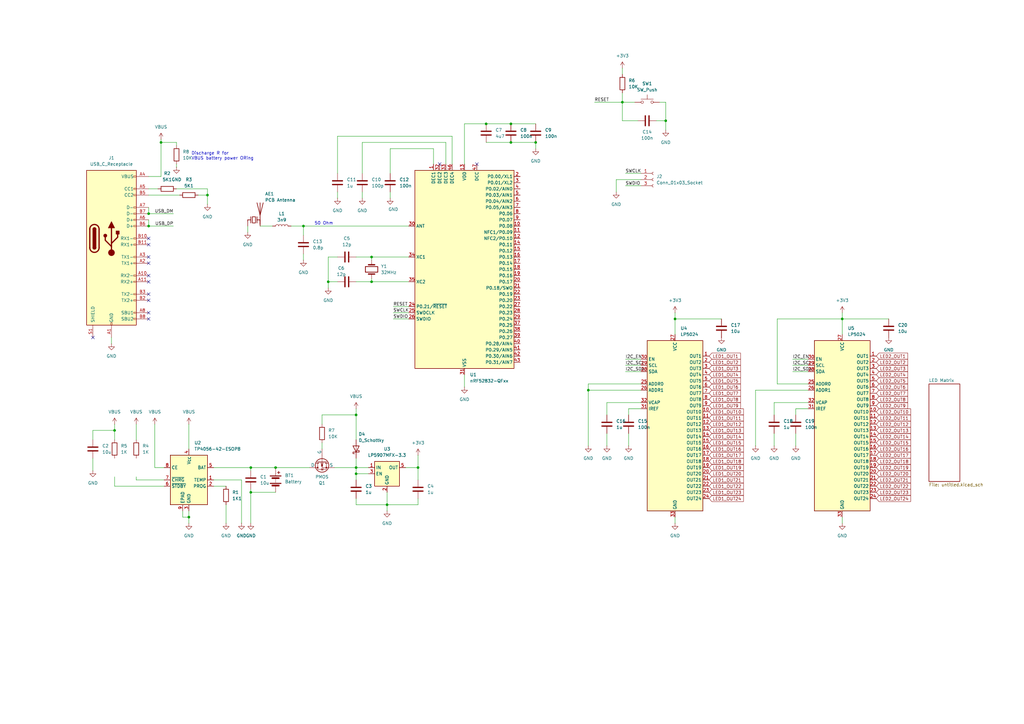
<source format=kicad_sch>
(kicad_sch (version 20250114) (generator "eeschema") (generator_version "9.0")
  (paper "A3")
  (lib_symbols
    (symbol "3nt3:LP5024"
      (property "Reference" "U" (at 3.302 39.37 0))
      (property "Value" "LP5024" (at 2.794 37.338 0))
      (symbol "LP5024_0_0"
        (pin input line (at -13.97 27.94 0) (length 2.54) (name "EN") (number "30"))
        (pin input line (at -13.97 25.4 0) (length 2.54) (name "SCL") (number "29"))
        (pin bidirectional line (at -13.97 22.86 0) (length 2.54) (name "SDA") (number "28"))
        (pin input line (at -13.97 17.78 0) (length 2.54) (name "ADDR0") (number "25"))
        (pin input line (at -13.97 15.24 0) (length 2.54) (name "ADDR1") (number "26"))
        (pin output line (at -13.97 10.16 0) (length 2.54) (name "VCAP") (number "32"))
        (pin passive line (at -13.97 7.62 0) (length 2.54) (name "IREF") (number "31"))
        (pin power_in line (at 0 38.1 270) (length 2.54) (name "VCC") (number "27"))
        (pin power_in line (at 0 -36.83 90) (length 2.54) (name "GND") (number "33"))
        (pin output line (at 13.97 29.21 180) (length 2.54) (name "OUT1") (number "1"))
        (pin output line (at 13.97 26.67 180) (length 2.54) (name "OUT2") (number "2"))
        (pin output line (at 13.97 24.13 180) (length 2.54) (name "OUT3") (number "3"))
        (pin output line (at 13.97 21.59 180) (length 2.54) (name "OUT4") (number "4"))
        (pin output line (at 13.97 19.05 180) (length 2.54) (name "OUT5") (number "5"))
        (pin output line (at 13.97 16.51 180) (length 2.54) (name "OUT6") (number "6"))
        (pin output line (at 13.97 13.97 180) (length 2.54) (name "OUT7") (number "7"))
        (pin output line (at 13.97 11.43 180) (length 2.54) (name "OUT8") (number "8"))
        (pin output line (at 13.97 8.89 180) (length 2.54) (name "OUT9") (number "9"))
        (pin output line (at 13.97 6.35 180) (length 2.54) (name "OUT10") (number "10"))
        (pin output line (at 13.97 3.81 180) (length 2.54) (name "OUT11") (number "11"))
        (pin output line (at 13.97 1.27 180) (length 2.54) (name "OUT12") (number "12"))
        (pin output line (at 13.97 -1.27 180) (length 2.54) (name "OUT13") (number "13"))
        (pin output line (at 13.97 -3.81 180) (length 2.54) (name "OUT14") (number "14"))
        (pin output line (at 13.97 -6.35 180) (length 2.54) (name "OUT15") (number "15"))
        (pin output line (at 13.97 -8.89 180) (length 2.54) (name "OUT16") (number "16"))
        (pin output line (at 13.97 -11.43 180) (length 2.54) (name "OUT17") (number "17"))
        (pin output line (at 13.97 -13.97 180) (length 2.54) (name "OUT18") (number "18"))
        (pin output line (at 13.97 -16.51 180) (length 2.54) (name "OUT19") (number "19"))
        (pin output line (at 13.97 -19.05 180) (length 2.54) (name "OUT20") (number "20"))
        (pin output line (at 13.97 -21.59 180) (length 2.54) (name "OUT21") (number "21"))
        (pin output line (at 13.97 -24.13 180) (length 2.54) (name "OUT22") (number "22"))
        (pin output line (at 13.97 -26.67 180) (length 2.54) (name "OUT23") (number "23"))
        (pin output line (at 13.97 -29.21 180) (length 2.54) (name "OUT24") (number "24"))
      )
    )
    (symbol "Battery_Management:TP4056-42-ESOP8"
      (property "Reference" "U" (at -6.604 11.684 0))
      (property "Value" "TP4056-42-ESOP8" (at 10.16 11.684 0))
      (symbol "TP4056-42-ESOP8_1_0"
        (pin input line (at -10.16 5.08 0) (length 2.54) (name "CE") (number "8"))
        (pin open_collector line (at -10.16 0 0) (length 2.54) (name "~{CHRG}") (number "7"))
        (pin open_collector line (at -10.16 -2.54 0) (length 2.54) (name "~{STDBY}") (number "6"))
        (pin passive line (at -2.54 -12.7 90) (length 2.54) (name "EPAD") (number "9"))
        (pin power_in line (at 0 12.7 270) (length 2.54) (name "V_{CC}") (number "4"))
        (pin power_in line (at 0 -12.7 90) (length 2.54) (name "GND") (number "3"))
        (pin power_out line (at 10.16 5.08 180) (length 2.54) (name "BAT") (number "5"))
        (pin input line (at 10.16 0 180) (length 2.54) (name "TEMP") (number "1"))
        (pin passive line (at 10.16 -2.54 180) (length 2.54) (name "PROG") (number "2"))
      )
    )
    (symbol "Connector:Conn_01x03_Socket" (pin_names (offset 1.016) (hide yes))
      (property "Reference" "J" (at 0 5.08 0))
      (property "Value" "Conn_01x03_Socket" (at 0 -5.08 0))
      (symbol "Conn_01x03_Socket_1_1"
        (pin passive line (at -5.08 2.54 0) (length 3.81) (name "Pin_1") (number "1"))
        (pin passive line (at -5.08 0 0) (length 3.81) (name "Pin_2") (number "2"))
        (pin passive line (at -5.08 -2.54 0) (length 3.81) (name "Pin_3") (number "3"))
      )
    )
    (symbol "Connector:USB_C_Receptacle" (pin_names (offset 1.016))
      (property "Reference" "J" (at -10.16 29.21 0))
      (property "Value" "USB_C_Receptacle" (at 10.16 29.21 0))
      (symbol "USB_C_Receptacle_1_1"
        (pin passive line (at -7.62 -40.64 90) (length 5.08) (name "SHIELD") (number "S1"))
        (pin passive line (at 0 -40.64 90) (length 5.08) (name "GND") (number "A1"))
        (pin passive line (at 0 -40.64 90) (length 5.08) (hide yes) (name "GND") (number "A12"))
        (pin passive line (at 0 -40.64 90) (length 5.08) (hide yes) (name "GND") (number "B1"))
        (pin passive line (at 0 -40.64 90) (length 5.08) (hide yes) (name "GND") (number "B12"))
        (pin passive line (at 15.24 25.4 180) (length 5.08) (name "VBUS") (number "A4"))
        (pin passive line (at 15.24 25.4 180) (length 5.08) (hide yes) (name "VBUS") (number "A9"))
        (pin passive line (at 15.24 25.4 180) (length 5.08) (hide yes) (name "VBUS") (number "B4"))
        (pin passive line (at 15.24 25.4 180) (length 5.08) (hide yes) (name "VBUS") (number "B9"))
        (pin bidirectional line (at 15.24 20.32 180) (length 5.08) (name "CC1") (number "A5"))
        (pin bidirectional line (at 15.24 17.78 180) (length 5.08) (name "CC2") (number "B5"))
        (pin bidirectional line (at 15.24 12.7 180) (length 5.08) (name "D-") (number "A7"))
        (pin bidirectional line (at 15.24 10.16 180) (length 5.08) (name "D-") (number "B7"))
        (pin bidirectional line (at 15.24 7.62 180) (length 5.08) (name "D+") (number "A6"))
        (pin bidirectional line (at 15.24 5.08 180) (length 5.08) (name "D+") (number "B6"))
        (pin bidirectional line (at 15.24 0 180) (length 5.08) (name "RX1-") (number "B10"))
        (pin bidirectional line (at 15.24 -2.54 180) (length 5.08) (name "RX1+") (number "B11"))
        (pin bidirectional line (at 15.24 -7.62 180) (length 5.08) (name "TX1-") (number "A3"))
        (pin bidirectional line (at 15.24 -10.16 180) (length 5.08) (name "TX1+") (number "A2"))
        (pin bidirectional line (at 15.24 -15.24 180) (length 5.08) (name "RX2-") (number "A10"))
        (pin bidirectional line (at 15.24 -17.78 180) (length 5.08) (name "RX2+") (number "A11"))
        (pin bidirectional line (at 15.24 -22.86 180) (length 5.08) (name "TX2-") (number "B3"))
        (pin bidirectional line (at 15.24 -25.4 180) (length 5.08) (name "TX2+") (number "B2"))
        (pin bidirectional line (at 15.24 -30.48 180) (length 5.08) (name "SBU1") (number "A8"))
        (pin bidirectional line (at 15.24 -33.02 180) (length 5.08) (name "SBU2") (number "B8"))
      )
    )
    (symbol "Device:Antenna_Chip" (pin_numbers (hide yes)) (pin_names (offset 1.016) (hide yes))
      (property "Reference" "AE" (at 0 5.08 0))
      (property "Value" "Antenna_Chip" (at 0 3.175 0))
      (symbol "Antenna_Chip_1_1"
        (pin input line (at -2.54 -2.54 90) (length 2.54) (name "FEED") (number "1"))
        (pin passive line (at 2.54 -2.54 90) (length 2.54) (name "PCB_Trace") (number "2"))
      )
    )
    (symbol "Device:Battery" (pin_numbers (hide yes)) (pin_names (offset 0) (hide yes))
      (property "Reference" "BT" (at 2.54 2.54 0))
      (property "Value" "Battery" (at 2.54 0 0))
      (symbol "Battery_1_1"
        (pin passive line (at 0 5.08 270) (length 2.54) (name "+") (number "1"))
        (pin passive line (at 0 -5.08 90) (length 2.54) (name "-") (number "2"))
      )
    )
    (symbol "Device:C" (pin_numbers (hide yes)) (pin_names (offset 0.254))
      (property "Reference" "C" (at 0.635 2.54 0))
      (property "Value" "C" (at 0.635 -2.54 0))
      (symbol "C_1_1"
        (pin passive line (at 0 3.81 270) (length 2.794) (name "~") (number "1"))
        (pin passive line (at 0 -3.81 90) (length 2.794) (name "~") (number "2"))
      )
    )
    (symbol "Device:Crystal" (pin_numbers (hide yes)) (pin_names (offset 1.016) (hide yes))
      (property "Reference" "Y" (at 0 3.81 0))
      (property "Value" "Crystal" (at 0 -3.81 0))
      (symbol "Crystal_1_1"
        (pin passive line (at -3.81 0 0) (length 1.27) (name "1") (number "1"))
        (pin passive line (at 3.81 0 180) (length 1.27) (name "2") (number "2"))
      )
    )
    (symbol "Device:D_Schottky" (pin_numbers (hide yes)) (pin_names (offset 1.016) (hide yes))
      (property "Reference" "D" (at 0 2.54 0))
      (property "Value" "D_Schottky" (at 0 -2.54 0))
      (symbol "D_Schottky_1_1"
        (pin passive line (at -3.81 0 0) (length 2.54) (name "K") (number "1"))
        (pin passive line (at 3.81 0 180) (length 2.54) (name "A") (number "2"))
      )
    )
    (symbol "Device:L" (pin_numbers (hide yes)) (pin_names (offset 1.016) (hide yes))
      (property "Reference" "L" (at -1.27 0 90))
      (property "Value" "L" (at 1.905 0 90))
      (symbol "L_1_1"
        (pin passive line (at 0 3.81 270) (length 1.27) (name "1") (number "1"))
        (pin passive line (at 0 -3.81 90) (length 1.27) (name "2") (number "2"))
      )
    )
    (symbol "Device:R" (pin_numbers (hide yes)) (pin_names (offset 0))
      (property "Reference" "R" (at 2.032 0 90))
      (property "Value" "R" (at 0 0 90))
      (symbol "R_1_1"
        (pin passive line (at 0 3.81 270) (length 1.27) (name "~") (number "1"))
        (pin passive line (at 0 -3.81 90) (length 1.27) (name "~") (number "2"))
      )
    )
    (symbol "MCU_Nordic:nRF52832-QFxx"
      (property "Reference" "U" (at 0 1.27 0))
      (property "Value" "nRF52832-QFxx" (at 0 -1.27 0))
      (symbol "nRF52832-QFxx_1_1"
        (pin passive line (at -22.86 17.78 0) (length 2.54) (name "ANT") (number "30"))
        (pin input line (at -22.86 5.08 0) (length 2.54) (name "XC1") (number "34"))
        (pin input line (at -22.86 -5.08 0) (length 2.54) (name "XC2") (number "35"))
        (pin bidirectional line (at -22.86 -15.24 0) (length 2.54) (name "P0.21/~{RESET}") (number "24"))
        (pin input line (at -22.86 -17.78 0) (length 2.54) (name "SWDCLK") (number "25"))
        (pin bidirectional line (at -22.86 -20.32 0) (length 2.54) (name "SWDIO") (number "26"))
        (pin no_connect line (at -20.32 -30.48 0) (length 2.54) (hide yes) (name "NC") (number "44"))
        (pin passive line (at -12.7 43.18 270) (length 2.54) (name "DEC1") (number "1"))
        (pin passive line (at -10.16 43.18 270) (length 2.54) (name "DEC2") (number "32"))
        (pin passive line (at -7.62 43.18 270) (length 2.54) (name "DEC3") (number "33"))
        (pin passive line (at -5.08 43.18 270) (length 2.54) (name "DEC4") (number "46"))
        (pin power_in line (at 0 43.18 270) (length 2.54) (name "VDD") (number "13"))
        (pin passive line (at 0 43.18 270) (length 2.54) (hide yes) (name "VDD") (number "36"))
        (pin passive line (at 0 43.18 270) (length 2.54) (hide yes) (name "VDD") (number "48"))
        (pin power_in line (at 0 -43.18 90) (length 2.54) (name "VSS") (number "31"))
        (pin passive line (at 0 -43.18 90) (length 2.54) (hide yes) (name "VSS") (number "45"))
        (pin passive line (at 0 -43.18 90) (length 2.54) (hide yes) (name "VSS") (number "49"))
        (pin power_out line (at 5.08 43.18 270) (length 2.54) (name "DCC") (number "47"))
        (pin bidirectional line (at 22.86 38.1 180) (length 2.54) (name "P0.00/XL1") (number "2"))
        (pin bidirectional line (at 22.86 35.56 180) (length 2.54) (name "P0.01/XL2") (number "3"))
        (pin bidirectional line (at 22.86 33.02 180) (length 2.54) (name "P0.02/AIN0") (number "4"))
        (pin bidirectional line (at 22.86 30.48 180) (length 2.54) (name "P0.03/AIN1") (number "5"))
        (pin bidirectional line (at 22.86 27.94 180) (length 2.54) (name "P0.04/AIN2") (number "6"))
        (pin bidirectional line (at 22.86 25.4 180) (length 2.54) (name "P0.05/AIN3") (number "7"))
        (pin bidirectional line (at 22.86 22.86 180) (length 2.54) (name "P0.06") (number "8"))
        (pin bidirectional line (at 22.86 20.32 180) (length 2.54) (name "P0.07") (number "9"))
        (pin bidirectional line (at 22.86 17.78 180) (length 2.54) (name "P0.08") (number "10"))
        (pin bidirectional line (at 22.86 15.24 180) (length 2.54) (name "NFC1/P0.09") (number "11"))
        (pin bidirectional line (at 22.86 12.7 180) (length 2.54) (name "NFC2/P0.10") (number "12"))
        (pin bidirectional line (at 22.86 10.16 180) (length 2.54) (name "P0.11") (number "14"))
        (pin bidirectional line (at 22.86 7.62 180) (length 2.54) (name "P0.12") (number "15"))
        (pin bidirectional line (at 22.86 5.08 180) (length 2.54) (name "P0.13") (number "16"))
        (pin bidirectional line (at 22.86 2.54 180) (length 2.54) (name "P0.14") (number "17"))
        (pin bidirectional line (at 22.86 0 180) (length 2.54) (name "P0.15") (number "18"))
        (pin bidirectional line (at 22.86 -2.54 180) (length 2.54) (name "P0.16") (number "19"))
        (pin bidirectional line (at 22.86 -5.08 180) (length 2.54) (name "P0.17") (number "20"))
        (pin bidirectional line (at 22.86 -7.62 180) (length 2.54) (name "P0.18/SWO") (number "21"))
        (pin bidirectional line (at 22.86 -10.16 180) (length 2.54) (name "P0.19") (number "22"))
        (pin bidirectional line (at 22.86 -12.7 180) (length 2.54) (name "P0.20") (number "23"))
        (pin bidirectional line (at 22.86 -15.24 180) (length 2.54) (name "P0.22") (number "27"))
        (pin bidirectional line (at 22.86 -17.78 180) (length 2.54) (name "P0.23") (number "28"))
        (pin bidirectional line (at 22.86 -20.32 180) (length 2.54) (name "P0.24") (number "29"))
        (pin bidirectional line (at 22.86 -22.86 180) (length 2.54) (name "P0.25") (number "37"))
        (pin bidirectional line (at 22.86 -25.4 180) (length 2.54) (name "P0.26") (number "38"))
        (pin bidirectional line (at 22.86 -27.94 180) (length 2.54) (name "P0.27") (number "39"))
        (pin bidirectional line (at 22.86 -30.48 180) (length 2.54) (name "P0.28/AIN4") (number "40"))
        (pin bidirectional line (at 22.86 -33.02 180) (length 2.54) (name "P0.29/AIN5") (number "41"))
        (pin bidirectional line (at 22.86 -35.56 180) (length 2.54) (name "P0.30/AIN6") (number "42"))
        (pin bidirectional line (at 22.86 -38.1 180) (length 2.54) (name "P0.31/AIN7") (number "43"))
      )
    )
    (symbol "Regulator_Linear:LP5907MFX-3.3"
      (property "Reference" "U" (at -3.81 6.35 0))
      (property "Value" "LP5907MFX-3.3" (at 6.35 6.35 0))
      (symbol "LP5907MFX-3.3_0_1"
        (pin power_in line (at -7.62 2.54 0) (length 2.54) (name "IN") (number "1"))
        (pin input line (at -7.62 0 0) (length 2.54) (name "EN") (number "3"))
        (pin power_in line (at 0 -7.62 90) (length 2.54) (name "GND") (number "2"))
        (pin no_connect line (at 5.08 0 180) (length 2.54) (hide yes) (name "NC") (number "4"))
        (pin power_out line (at 7.62 2.54 180) (length 2.54) (name "OUT") (number "5"))
      )
    )
    (symbol "Simulation_SPICE:PMOS" (pin_numbers (hide yes)) (pin_names (offset 0))
      (property "Reference" "Q" (at 5.08 1.27 0))
      (property "Value" "PMOS" (at 5.08 -1.27 0))
      (symbol "PMOS_1_1"
        (pin input line (at -5.08 0 0) (length 2.54) (name "G") (number "2"))
        (pin passive line (at 2.54 5.08 270) (length 2.54) (name "D") (number "1"))
        (pin passive line (at 2.54 -5.08 90) (length 2.54) (name "S") (number "3"))
      )
    )
    (symbol "Switch:SW_Push" (pin_numbers (hide yes)) (pin_names (offset 1.016) (hide yes))
      (property "Reference" "SW" (at 1.27 2.54 0))
      (property "Value" "SW_Push" (at 0 -1.524 0))
      (symbol "SW_Push_0_1"
        (pin passive line (at -5.08 0 0) (length 2.54) (name "1") (number "1"))
        (pin passive line (at 5.08 0 180) (length 2.54) (name "2") (number "2"))
      )
    )
    (symbol "power:+3V3" (power) (pin_numbers (hide yes)) (pin_names (offset 0) (hide yes))
      (property "Value" "+3V3" (at 0 3.556 0))
      (symbol "+3V3_1_1"
        (pin power_in line (at 0 0 90) (length 0) (name "~") (number "1"))
      )
    )
    (symbol "power:GND" (power) (pin_numbers (hide yes)) (pin_names (offset 0) (hide yes))
      (property "Value" "GND" (at 0 -3.81 0))
      (symbol "GND_1_1"
        (pin power_in line (at 0 0 270) (length 0) (name "~") (number "1"))
      )
    )
    (symbol "power:VBUS" (power) (pin_numbers (hide yes)) (pin_names (offset 0) (hide yes))
      (property "Value" "VBUS" (at 0 3.556 0))
      (symbol "VBUS_1_1"
        (pin power_in line (at 0 0 90) (length 0) (name "~") (number "1"))
      )
    )
  )
  (text "Discharge R for \nVBUS battery power ORing" (at 78.486 64.008 0) (effects (font (size 1.27 1.27)) (justify left)))
  (text "50 Ohm" (at 132.842 91.694 0) (effects (font (size 1.27 1.27))))
  (junction (at 158.75 207.01))
  (junction (at 60.96 92.71))
  (junction (at 102.87 201.93))
  (junction (at 77.47 212.09))
  (junction (at 66.04 58.42))
  (junction (at 209.55 58.42))
  (junction (at 345.44 130.81))
  (junction (at 255.27 41.91))
  (junction (at 146.05 170.18))
  (junction (at 209.55 50.8))
  (junction (at 273.05 49.53))
  (junction (at 60.96 87.63))
  (junction (at 199.39 50.8))
  (junction (at 241.3 160.02))
  (junction (at 146.05 191.77))
  (junction (at 146.05 194.31))
  (junction (at 85.09 80.01))
  (junction (at 113.03 191.77))
  (junction (at 152.4 105.41))
  (junction (at 152.4 115.57))
  (junction (at 171.45 191.77))
  (junction (at 134.62 115.57))
  (junction (at 46.99 176.53))
  (junction (at 276.86 130.81))
  (junction (at 102.87 191.77))
  (junction (at 124.46 92.71))
  (junction (at 219.71 58.42))
  (no_connect (at 60.96 128.27))
  (no_connect (at 60.96 120.65))
  (no_connect (at 60.96 107.95))
  (no_connect (at 60.96 97.79))
  (no_connect (at 60.96 115.57))
  (no_connect (at 60.96 100.33))
  (no_connect (at 60.96 105.41))
  (no_connect (at 60.96 113.03))
  (no_connect (at 60.96 123.19))
  (no_connect (at 180.34 67.31))
  (no_connect (at 38.1 138.43))
  (no_connect (at 60.96 130.81))
  (no_connect (at 195.58 67.31))
  (wire (pts (xy 132.08 173.99) (xy 132.08 170.18)))
  (wire (pts (xy 60.96 77.47) (xy 64.77 77.47)))
  (wire (pts (xy 46.99 176.53) (xy 46.99 180.34)))
  (wire (pts (xy 77.47 173.99) (xy 77.47 184.15)))
  (wire (pts (xy 152.4 115.57) (xy 152.4 114.3)))
  (wire (pts (xy 46.99 173.99) (xy 46.99 176.53)))
  (wire (pts (xy 102.87 200.66) (xy 102.87 201.93)))
  (wire (pts (xy 72.39 67.31) (xy 72.39 68.58)))
  (wire (pts (xy 38.1 187.96) (xy 38.1 193.04)))
  (wire (pts (xy 124.46 92.71) (xy 124.46 96.52)))
  (wire (pts (xy 177.8 60.96) (xy 177.8 67.31)))
  (wire (pts (xy 66.04 58.42) (xy 66.04 57.15)))
  (wire (pts (xy 273.05 49.53) (xy 273.05 41.91)))
  (wire (pts (xy 138.43 78.74) (xy 138.43 81.28)))
  (wire (pts (xy 134.62 115.57) (xy 134.62 105.41)))
  (wire (pts (xy 317.5 165.1) (xy 331.47 165.1)))
  (wire (pts (xy 132.08 170.18) (xy 146.05 170.18)))
  (wire (pts (xy 257.81 170.18) (xy 257.81 167.64)))
  (wire (pts (xy 72.39 77.47) (xy 85.09 77.47)))
  (wire (pts (xy 67.31 191.77) (xy 63.5 191.77)))
  (wire (pts (xy 85.09 77.47) (xy 85.09 80.01)))
  (wire (pts (xy 67.31 196.85) (xy 55.88 196.85)))
  (wire (pts (xy 102.87 191.77) (xy 113.03 191.77)))
  (wire (pts (xy 345.44 128.27) (xy 345.44 130.81)))
  (wire (pts (xy 257.81 167.64) (xy 262.89 167.64)))
  (wire (pts (xy 146.05 194.31) (xy 146.05 196.85)))
  (wire (pts (xy 345.44 130.81) (xy 364.49 130.81)))
  (wire (pts (xy 38.1 176.53) (xy 46.99 176.53)))
  (wire (pts (xy 81.28 80.01) (xy 85.09 80.01)))
  (wire (pts (xy 134.62 115.57) (xy 138.43 115.57)))
  (wire (pts (xy 158.75 207.01) (xy 171.45 207.01)))
  (wire (pts (xy 102.87 201.93) (xy 102.87 214.63)))
  (wire (pts (xy 199.39 58.42) (xy 209.55 58.42)))
  (wire (pts (xy 255.27 41.91) (xy 255.27 49.53)))
  (wire (pts (xy 45.72 138.43) (xy 45.72 140.97)))
  (wire (pts (xy 87.63 191.77) (xy 102.87 191.77)))
  (wire (pts (xy 309.88 160.02) (xy 331.47 160.02)))
  (wire (pts (xy 190.5 50.8) (xy 199.39 50.8)))
  (wire (pts (xy 72.39 59.69) (xy 72.39 58.42)))
  (wire (pts (xy 161.29 130.81) (xy 167.64 130.81)))
  (wire (pts (xy 160.02 71.12) (xy 160.02 60.96)))
  (wire (pts (xy 148.59 58.42) (xy 182.88 58.42)))
  (wire (pts (xy 252.73 78.74) (xy 252.73 73.66)))
  (wire (pts (xy 106.68 92.71) (xy 111.76 92.71)))
  (wire (pts (xy 146.05 194.31) (xy 151.13 194.31)))
  (wire (pts (xy 241.3 157.48) (xy 262.89 157.48)))
  (wire (pts (xy 60.96 90.17) (xy 60.96 92.71)))
  (wire (pts (xy 55.88 173.99) (xy 55.88 180.34)))
  (wire (pts (xy 255.27 41.91) (xy 260.35 41.91)))
  (wire (pts (xy 171.45 207.01) (xy 171.45 204.47)))
  (wire (pts (xy 276.86 212.09) (xy 276.86 214.63)))
  (wire (pts (xy 67.31 199.39) (xy 46.99 199.39)))
  (wire (pts (xy 66.04 72.39) (xy 66.04 58.42)))
  (wire (pts (xy 60.96 92.71) (xy 71.12 92.71)))
  (wire (pts (xy 256.54 152.4) (xy 262.89 152.4)))
  (wire (pts (xy 318.77 130.81) (xy 345.44 130.81)))
  (wire (pts (xy 148.59 71.12) (xy 148.59 58.42)))
  (wire (pts (xy 138.43 55.88) (xy 185.42 55.88)))
  (wire (pts (xy 63.5 191.77) (xy 63.5 173.99)))
  (wire (pts (xy 256.54 147.32) (xy 262.89 147.32)))
  (wire (pts (xy 255.27 41.91) (xy 255.27 38.1)))
  (wire (pts (xy 161.29 125.73) (xy 167.64 125.73)))
  (wire (pts (xy 146.05 191.77) (xy 151.13 191.77)))
  (wire (pts (xy 99.06 196.85) (xy 99.06 214.63)))
  (wire (pts (xy 276.86 130.81) (xy 295.91 130.81)))
  (wire (pts (xy 101.6 92.71) (xy 101.6 95.25)))
  (wire (pts (xy 273.05 41.91) (xy 270.51 41.91)))
  (wire (pts (xy 77.47 212.09) (xy 77.47 209.55)))
  (wire (pts (xy 248.92 170.18) (xy 248.92 165.1)))
  (wire (pts (xy 60.96 87.63) (xy 71.12 87.63)))
  (wire (pts (xy 77.47 212.09) (xy 77.47 214.63)))
  (wire (pts (xy 171.45 191.77) (xy 171.45 196.85)))
  (wire (pts (xy 132.08 181.61) (xy 132.08 184.15)))
  (wire (pts (xy 256.54 76.2) (xy 262.89 76.2)))
  (wire (pts (xy 219.71 58.42) (xy 219.71 60.96)))
  (wire (pts (xy 276.86 128.27) (xy 276.86 130.81)))
  (wire (pts (xy 256.54 71.12) (xy 262.89 71.12)))
  (wire (pts (xy 325.12 152.4) (xy 331.47 152.4)))
  (wire (pts (xy 345.44 212.09) (xy 345.44 214.63)))
  (wire (pts (xy 158.75 207.01) (xy 158.75 209.55)))
  (wire (pts (xy 92.71 207.01) (xy 92.71 214.63)))
  (wire (pts (xy 152.4 115.57) (xy 167.64 115.57)))
  (wire (pts (xy 146.05 170.18) (xy 146.05 180.34)))
  (wire (pts (xy 273.05 53.34) (xy 273.05 49.53)))
  (wire (pts (xy 326.39 170.18) (xy 326.39 167.64)))
  (wire (pts (xy 209.55 58.42) (xy 219.71 58.42)))
  (wire (pts (xy 160.02 60.96) (xy 177.8 60.96)))
  (wire (pts (xy 325.12 149.86) (xy 331.47 149.86)))
  (wire (pts (xy 152.4 105.41) (xy 152.4 106.68)))
  (wire (pts (xy 146.05 191.77) (xy 146.05 194.31)))
  (wire (pts (xy 171.45 191.77) (xy 171.45 186.69)))
  (wire (pts (xy 326.39 177.8) (xy 326.39 182.88)))
  (wire (pts (xy 257.81 177.8) (xy 257.81 182.88)))
  (wire (pts (xy 60.96 72.39) (xy 66.04 72.39)))
  (wire (pts (xy 161.29 128.27) (xy 167.64 128.27)))
  (wire (pts (xy 166.37 191.77) (xy 171.45 191.77)))
  (wire (pts (xy 146.05 204.47) (xy 146.05 207.01)))
  (wire (pts (xy 326.39 167.64) (xy 331.47 167.64)))
  (wire (pts (xy 134.62 105.41) (xy 138.43 105.41)))
  (wire (pts (xy 124.46 92.71) (xy 167.64 92.71)))
  (wire (pts (xy 66.04 58.42) (xy 72.39 58.42)))
  (wire (pts (xy 241.3 160.02) (xy 262.89 160.02)))
  (wire (pts (xy 158.75 201.93) (xy 158.75 207.01)))
  (wire (pts (xy 243.84 41.91) (xy 255.27 41.91)))
  (wire (pts (xy 148.59 78.74) (xy 148.59 81.28)))
  (wire (pts (xy 248.92 177.8) (xy 248.92 182.88)))
  (wire (pts (xy 113.03 191.77) (xy 127 191.77)))
  (wire (pts (xy 55.88 196.85) (xy 55.88 195.58)))
  (wire (pts (xy 241.3 182.88) (xy 241.3 160.02)))
  (wire (pts (xy 182.88 58.42) (xy 182.88 67.31)))
  (wire (pts (xy 209.55 50.8) (xy 219.71 50.8)))
  (wire (pts (xy 146.05 167.64) (xy 146.05 170.18)))
  (wire (pts (xy 256.54 149.86) (xy 262.89 149.86)))
  (wire (pts (xy 146.05 105.41) (xy 152.4 105.41)))
  (wire (pts (xy 138.43 71.12) (xy 138.43 55.88)))
  (wire (pts (xy 318.77 157.48) (xy 318.77 130.81)))
  (wire (pts (xy 241.3 160.02) (xy 241.3 157.48)))
  (wire (pts (xy 325.12 147.32) (xy 331.47 147.32)))
  (wire (pts (xy 190.5 153.67) (xy 190.5 158.75)))
  (wire (pts (xy 85.09 80.01) (xy 85.09 83.82)))
  (wire (pts (xy 124.46 104.14) (xy 124.46 106.68)))
  (wire (pts (xy 87.63 196.85) (xy 99.06 196.85)))
  (wire (pts (xy 102.87 191.77) (xy 102.87 193.04)))
  (wire (pts (xy 185.42 55.88) (xy 185.42 67.31)))
  (wire (pts (xy 113.03 201.93) (xy 102.87 201.93)))
  (wire (pts (xy 190.5 67.31) (xy 190.5 50.8)))
  (wire (pts (xy 199.39 50.8) (xy 209.55 50.8)))
  (wire (pts (xy 137.16 191.77) (xy 146.05 191.77)))
  (wire (pts (xy 87.63 199.39) (xy 92.71 199.39)))
  (wire (pts (xy 269.24 49.53) (xy 273.05 49.53)))
  (wire (pts (xy 276.86 130.81) (xy 276.86 137.16)))
  (wire (pts (xy 252.73 73.66) (xy 262.89 73.66)))
  (wire (pts (xy 60.96 85.09) (xy 60.96 87.63)))
  (wire (pts (xy 345.44 130.81) (xy 345.44 137.16)))
  (wire (pts (xy 317.5 170.18) (xy 317.5 165.1)))
  (wire (pts (xy 60.96 80.01) (xy 73.66 80.01)))
  (wire (pts (xy 255.27 49.53) (xy 261.62 49.53)))
  (wire (pts (xy 152.4 105.41) (xy 167.64 105.41)))
  (wire (pts (xy 46.99 199.39) (xy 46.99 195.58)))
  (wire (pts (xy 317.5 177.8) (xy 317.5 182.88)))
  (wire (pts (xy 119.38 92.71) (xy 124.46 92.71)))
  (wire (pts (xy 160.02 78.74) (xy 160.02 81.28)))
  (wire (pts (xy 146.05 187.96) (xy 146.05 191.77)))
  (wire (pts (xy 309.88 182.88) (xy 309.88 160.02)))
  (wire (pts (xy 146.05 207.01) (xy 158.75 207.01)))
  (wire (pts (xy 255.27 27.94) (xy 255.27 30.48)))
  (wire (pts (xy 134.62 118.11) (xy 134.62 115.57)))
  (wire (pts (xy 74.93 212.09) (xy 77.47 212.09)))
  (wire (pts (xy 38.1 180.34) (xy 38.1 176.53)))
  (wire (pts (xy 331.47 157.48) (xy 318.77 157.48)))
  (wire (pts (xy 146.05 115.57) (xy 152.4 115.57)))
  (wire (pts (xy 74.93 209.55) (xy 74.93 212.09)))
  (wire (pts (xy 248.92 165.1) (xy 262.89 165.1)))
  (label "I2C_EN" (at 325.12 147.32 0))
  (label "I2C_SDA" (at 256.54 152.4 0))
  (label "RESET" (at 161.29 125.73 0))
  (label "USB_DP" (at 71.12 92.71 180))
  (label "I2C_SDA" (at 325.12 152.4 0))
  (label "RESET" (at 243.84 41.91 0))
  (label "SWCLK" (at 161.29 128.27 0))
  (label "SWDIO" (at 256.54 76.2 0))
  (label "SWDIO" (at 161.29 130.81 0))
  (label "SWCLK" (at 256.54 71.12 0))
  (label "I2C_SCL" (at 256.54 149.86 0))
  (label "USB_DM" (at 71.12 87.63 180))
  (label "I2C_SCL" (at 325.12 149.86 0))
  (label "I2C_EN" (at 256.54 147.32 0))
  (global_label "LED2_OUT18" (shape input) (at 359.41 189.23 0) (property "Intersheetrefs" "${INTERSHEET_REFS}" (effects (hide yes))))
  (global_label "LED1_OUT5" (shape input) (at 290.83 156.21 0) (property "Intersheetrefs" "${INTERSHEET_REFS}" (effects (hide yes))))
  (global_label "LED2_OUT20" (shape input) (at 359.41 194.31 0) (property "Intersheetrefs" "${INTERSHEET_REFS}" (effects (hide yes))))
  (global_label "LED1_OUT12" (shape input) (at 290.83 173.99 0) (property "Intersheetrefs" "${INTERSHEET_REFS}" (effects (hide yes))))
  (global_label "LED1_OUT22" (shape input) (at 290.83 199.39 0) (property "Intersheetrefs" "${INTERSHEET_REFS}" (effects (hide yes))))
  (global_label "LED1_OUT23" (shape input) (at 290.83 201.93 0) (property "Intersheetrefs" "${INTERSHEET_REFS}" (effects (hide yes))))
  (global_label "LED2_OUT1" (shape input) (at 359.41 146.05 0) (property "Intersheetrefs" "${INTERSHEET_REFS}" (effects (hide yes))))
  (global_label "LED1_OUT15" (shape input) (at 290.83 181.61 0) (property "Intersheetrefs" "${INTERSHEET_REFS}" (effects (hide yes))))
  (global_label "LED2_OUT7" (shape input) (at 359.41 161.29 0) (property "Intersheetrefs" "${INTERSHEET_REFS}" (effects (hide yes))))
  (global_label "LED2_OUT24" (shape input) (at 359.41 204.47 0) (property "Intersheetrefs" "${INTERSHEET_REFS}" (effects (hide yes))))
  (global_label "LED2_OUT17" (shape input) (at 359.41 186.69 0) (property "Intersheetrefs" "${INTERSHEET_REFS}" (effects (hide yes))))
  (global_label "LED2_OUT9" (shape input) (at 359.41 166.37 0) (property "Intersheetrefs" "${INTERSHEET_REFS}" (effects (hide yes))))
  (global_label "LED2_OUT2" (shape input) (at 359.41 148.59 0) (property "Intersheetrefs" "${INTERSHEET_REFS}" (effects (hide yes))))
  (global_label "LED2_OUT11" (shape input) (at 359.41 171.45 0) (property "Intersheetrefs" "${INTERSHEET_REFS}" (effects (hide yes))))
  (global_label "LED1_OUT19" (shape input) (at 290.83 191.77 0) (property "Intersheetrefs" "${INTERSHEET_REFS}" (effects (hide yes))))
  (global_label "LED1_OUT13" (shape input) (at 290.83 176.53 0) (property "Intersheetrefs" "${INTERSHEET_REFS}" (effects (hide yes))))
  (global_label "LED2_OUT13" (shape input) (at 359.41 176.53 0) (property "Intersheetrefs" "${INTERSHEET_REFS}" (effects (hide yes))))
  (global_label "LED1_OUT10" (shape input) (at 290.83 168.91 0) (property "Intersheetrefs" "${INTERSHEET_REFS}" (effects (hide yes))))
  (global_label "LED2_OUT19" (shape input) (at 359.41 191.77 0) (property "Intersheetrefs" "${INTERSHEET_REFS}" (effects (hide yes))))
  (global_label "LED1_OUT17" (shape input) (at 290.83 186.69 0) (property "Intersheetrefs" "${INTERSHEET_REFS}" (effects (hide yes))))
  (global_label "LED2_OUT4" (shape input) (at 359.41 153.67 0) (property "Intersheetrefs" "${INTERSHEET_REFS}" (effects (hide yes))))
  (global_label "LED1_OUT24" (shape input) (at 290.83 204.47 0) (property "Intersheetrefs" "${INTERSHEET_REFS}" (effects (hide yes))))
  (global_label "LED2_OUT21" (shape input) (at 359.41 196.85 0) (property "Intersheetrefs" "${INTERSHEET_REFS}" (effects (hide yes))))
  (global_label "LED2_OUT6" (shape input) (at 359.41 158.75 0) (property "Intersheetrefs" "${INTERSHEET_REFS}" (effects (hide yes))))
  (global_label "LED1_OUT3" (shape input) (at 290.83 151.13 0) (property "Intersheetrefs" "${INTERSHEET_REFS}" (effects (hide yes))))
  (global_label "LED2_OUT15" (shape input) (at 359.41 181.61 0) (property "Intersheetrefs" "${INTERSHEET_REFS}" (effects (hide yes))))
  (global_label "LED1_OUT16" (shape input) (at 290.83 184.15 0) (property "Intersheetrefs" "${INTERSHEET_REFS}" (effects (hide yes))))
  (global_label "LED1_OUT2" (shape input) (at 290.83 148.59 0) (property "Intersheetrefs" "${INTERSHEET_REFS}" (effects (hide yes))))
  (global_label "LED2_OUT12" (shape input) (at 359.41 173.99 0) (property "Intersheetrefs" "${INTERSHEET_REFS}" (effects (hide yes))))
  (global_label "LED2_OUT5" (shape input) (at 359.41 156.21 0) (property "Intersheetrefs" "${INTERSHEET_REFS}" (effects (hide yes))))
  (global_label "LED1_OUT4" (shape input) (at 290.83 153.67 0) (property "Intersheetrefs" "${INTERSHEET_REFS}" (effects (hide yes))))
  (global_label "LED1_OUT1" (shape input) (at 290.83 146.05 0) (property "Intersheetrefs" "${INTERSHEET_REFS}" (effects (hide yes))))
  (global_label "LED2_OUT23" (shape input) (at 359.41 201.93 0) (property "Intersheetrefs" "${INTERSHEET_REFS}" (effects (hide yes))))
  (global_label "LED2_OUT22" (shape input) (at 359.41 199.39 0) (property "Intersheetrefs" "${INTERSHEET_REFS}" (effects (hide yes))))
  (global_label "LED1_OUT6" (shape input) (at 290.83 158.75 0) (property "Intersheetrefs" "${INTERSHEET_REFS}" (effects (hide yes))))
  (global_label "LED2_OUT16" (shape input) (at 359.41 184.15 0) (property "Intersheetrefs" "${INTERSHEET_REFS}" (effects (hide yes))))
  (global_label "LED2_OUT8" (shape input) (at 359.41 163.83 0) (property "Intersheetrefs" "${INTERSHEET_REFS}" (effects (hide yes))))
  (global_label "LED2_OUT10" (shape input) (at 359.41 168.91 0) (property "Intersheetrefs" "${INTERSHEET_REFS}" (effects (hide yes))))
  (global_label "LED1_OUT20" (shape input) (at 290.83 194.31 0) (property "Intersheetrefs" "${INTERSHEET_REFS}" (effects (hide yes))))
  (global_label "LED1_OUT14" (shape input) (at 290.83 179.07 0) (property "Intersheetrefs" "${INTERSHEET_REFS}" (effects (hide yes))))
  (global_label "LED2_OUT14" (shape input) (at 359.41 179.07 0) (property "Intersheetrefs" "${INTERSHEET_REFS}" (effects (hide yes))))
  (global_label "LED1_OUT7" (shape input) (at 290.83 161.29 0) (property "Intersheetrefs" "${INTERSHEET_REFS}" (effects (hide yes))))
  (global_label "LED1_OUT11" (shape input) (at 290.83 171.45 0) (property "Intersheetrefs" "${INTERSHEET_REFS}" (effects (hide yes))))
  (global_label "LED1_OUT8" (shape input) (at 290.83 163.83 0) (property "Intersheetrefs" "${INTERSHEET_REFS}" (effects (hide yes))))
  (global_label "LED1_OUT9" (shape input) (at 290.83 166.37 0) (property "Intersheetrefs" "${INTERSHEET_REFS}" (effects (hide yes))))
  (global_label "LED2_OUT3" (shape input) (at 359.41 151.13 0) (property "Intersheetrefs" "${INTERSHEET_REFS}" (effects (hide yes))))
  (global_label "LED1_OUT21" (shape input) (at 290.83 196.85 0) (property "Intersheetrefs" "${INTERSHEET_REFS}" (effects (hide yes))))
  (global_label "LED1_OUT18" (shape input) (at 290.83 189.23 0) (property "Intersheetrefs" "${INTERSHEET_REFS}" (effects (hide yes))))
  (symbol (lib_id "Device:R") (at 132.08 177.8 0) (unit 1)
    (property "Reference" "R7" (at 134.62 176.5299 0) (effects (justify left)))
    (property "Value" "10K" (at 134.62 179.0699 0) (effects (justify left)))
    (property "Description" "Resistor" (effects (hide yes)))
  )
  (symbol (lib_id "power:VBUS") (at 46.99 173.99 0) (unit 1)
    (property "Reference" "#PWR011" (effects (hide yes)))
    (property "Value" "VBUS" (at 46.99 168.91 0))
    (property "Description" "Power symbol creates a global label with name \"VBUS\"" (effects (hide yes)))
  )
  (symbol (lib_id "Device:C") (at 124.46 100.33 0) (unit 1)
    (property "Reference" "C13" (at 128.27 99.0599 0) (effects (justify left)))
    (property "Value" "0.8p" (at 128.27 101.5999 0) (effects (justify left)))
    (property "Description" "Unpolarized capacitor" (effects (hide yes)))
  )
  (symbol (lib_id "Device:R") (at 255.27 34.29 0) (unit 1)
    (property "Reference" "R6" (at 257.81 33.0199 0) (effects (justify left)))
    (property "Value" "10K" (at 257.81 35.5599 0) (effects (justify left)))
    (property "Description" "Resistor" (effects (hide yes)))
  )
  (symbol (lib_id "Device:C") (at 146.05 200.66 0) (unit 1)
    (property "Reference" "C3" (at 149.86 199.3899 0) (effects (justify left)))
    (property "Value" "1u" (at 149.86 201.9299 0) (effects (justify left)))
    (property "Description" "Unpolarized capacitor" (effects (hide yes)))
  )
  (symbol (lib_id "Device:Antenna_Chip") (at 104.14 90.17 0) (unit 1)
    (property "Reference" "AE1" (at 108.712 79.502 0) (effects (justify left)))
    (property "Value" "PCB Antenna" (at 108.712 82.042 0) (effects (justify left)))
    (property "Footprint" "footprints:pcb antenna" (effects (hide yes)))
    (property "Description" "Ceramic chip antenna with pin for PCB trace" (effects (hide yes)))
  )
  (symbol (lib_id "Device:C") (at 219.71 54.61 0) (unit 1)
    (property "Reference" "C9" (at 223.52 53.3399 0) (effects (justify left)))
    (property "Value" "100n" (at 223.52 55.8799 0) (effects (justify left)))
    (property "Description" "Unpolarized capacitor" (effects (hide yes)))
  )
  (symbol (lib_id "power:GND") (at 101.6 95.25 0) (unit 1)
    (property "Reference" "#PWR021" (effects (hide yes)))
    (property "Value" "GND" (at 101.6 100.33 0))
    (property "Description" "Power symbol creates a global label with name \"GND\" , ground" (effects (hide yes)))
  )
  (symbol (lib_id "power:GND") (at 309.88 182.88 0) (unit 1)
    (property "Reference" "#PWR034" (effects (hide yes)))
    (property "Value" "GND" (at 309.88 187.96 0))
    (property "Description" "Power symbol creates a global label with name \"GND\" , ground" (effects (hide yes)))
  )
  (symbol (lib_id "Device:C") (at 148.59 74.93 0) (unit 1)
    (property "Reference" "C10" (at 152.4 73.6599 0) (effects (justify left)))
    (property "Value" "100p" (at 152.4 76.1999 0) (effects (justify left)))
    (property "Description" "Unpolarized capacitor" (effects (hide yes)))
  )
  (symbol (lib_id "Device:C") (at 171.45 200.66 0) (unit 1)
    (property "Reference" "C4" (at 175.26 199.3899 0) (effects (justify left)))
    (property "Value" "1u" (at 175.26 201.9299 0) (effects (justify left)))
    (property "Description" "Unpolarized capacitor" (effects (hide yes)))
  )
  (symbol (lib_id "power:+3V3") (at 171.45 186.69 0) (unit 1)
    (property "Reference" "#PWR015" (effects (hide yes)))
    (property "Value" "+3V3" (at 171.45 181.61 0))
    (property "Description" "Power symbol creates a global label with name \"+3V3\"" (effects (hide yes)))
  )
  (symbol (lib_id "power:GND") (at 345.44 214.63 0) (unit 1)
    (property "Reference" "#PWR038" (effects (hide yes)))
    (property "Value" "GND" (at 345.44 219.71 0))
    (property "Description" "Power symbol creates a global label with name \"GND\" , ground" (effects (hide yes)))
  )
  (symbol (lib_id "Connector:USB_C_Receptacle") (at 45.72 97.79 0) (unit 1)
    (property "Reference" "J1" (at 45.72 64.77 0))
    (property "Value" "USB_C_Receptacle" (at 45.72 67.31 0))
    (property "Datasheet" "https://www.usb.org/sites/default/files/documents/usb_type-c.zip" (effects (hide yes)))
    (property "Description" "USB Full-Featured Type-C Receptacle connector" (effects (hide yes)))
  )
  (symbol (lib_id "Device:C") (at 160.02 74.93 0) (unit 1)
    (property "Reference" "C12" (at 163.83 73.6599 0) (effects (justify left)))
    (property "Value" "100n" (at 163.83 76.1999 0) (effects (justify left)))
    (property "Description" "Unpolarized capacitor" (effects (hide yes)))
  )
  (symbol (lib_id "Connector:Conn_01x03_Socket") (at 267.97 73.66 0) (unit 1)
    (property "Reference" "J2" (at 269.24 72.3899 0) (effects (justify left)))
    (property "Value" "Conn_01x03_Socket" (at 269.24 74.9299 0) (effects (justify left)))
    (property "Description" "Generic connector, single row, 01x03, script generated" (effects (hide yes)))
  )
  (symbol (lib_id "power:GND") (at 102.87 214.63 0) (unit 1)
    (property "Reference" "#PWR03" (effects (hide yes)))
    (property "Value" "GND" (at 102.87 219.71 0))
    (property "Description" "Power symbol creates a global label with name \"GND\" , ground" (effects (hide yes)))
  )
  (symbol (lib_id "power:GND") (at 248.92 182.88 0) (unit 1)
    (property "Reference" "#PWR029" (effects (hide yes)))
    (property "Value" "GND" (at 248.92 187.96 0))
    (property "Description" "Power symbol creates a global label with name \"GND\" , ground" (effects (hide yes)))
  )
  (symbol (lib_id "power:+3V3") (at 276.86 128.27 0) (unit 1)
    (property "Reference" "#PWR031" (effects (hide yes)))
    (property "Value" "+3V3" (at 276.86 123.19 0))
    (property "Description" "Power symbol creates a global label with name \"+3V3\"" (effects (hide yes)))
  )
  (symbol (lib_id "Regulator_Linear:LP5907MFX-3.3") (at 158.75 194.31 0) (unit 1)
    (property "Reference" "U3" (at 158.75 184.15 0))
    (property "Value" "LP5907MFX-3.3" (at 158.75 186.69 0))
    (property "Footprint" "Package_TO_SOT_SMD:SOT-23-5" (effects (hide yes)))
    (property "Datasheet" "http://www.ti.com/lit/ds/symlink/lp5907.pdf" (effects (hide yes)))
    (property "Description" "250-mA Ultra-Low-Noise Low-IQ LDO, 3.3V, SOT-23" (effects (hide yes)))
  )
  (symbol (lib_id "Device:C") (at 138.43 74.93 0) (unit 1)
    (property "Reference" "C11" (at 142.24 73.6599 0) (effects (justify left)))
    (property "Value" "1u" (at 142.24 76.1999 0) (effects (justify left)))
    (property "Description" "Unpolarized capacitor" (effects (hide yes)))
  )
  (symbol (lib_id "power:GND") (at 38.1 193.04 0) (unit 1)
    (property "Reference" "#PWR013" (effects (hide yes)))
    (property "Value" "GND" (at 38.1 198.12 0))
    (property "Description" "Power symbol creates a global label with name \"GND\" , ground" (effects (hide yes)))
  )
  (symbol (lib_id "Device:C") (at 248.92 173.99 0) (unit 1)
    (property "Reference" "C16" (at 252.73 172.7199 0) (effects (justify left)))
    (property "Value" "1u" (at 252.73 175.2599 0) (effects (justify left)))
    (property "Description" "Unpolarized capacitor" (effects (hide yes)))
  )
  (symbol (lib_id "power:GND") (at 364.49 138.43 0) (unit 1)
    (property "Reference" "#PWR039" (effects (hide yes)))
    (property "Value" "GND" (at 364.49 143.51 0))
    (property "Description" "Power symbol creates a global label with name \"GND\" , ground" (effects (hide yes)))
  )
  (symbol (lib_id "Device:C") (at 102.87 196.85 0) (unit 1)
    (property "Reference" "C1" (at 106.68 195.5799 0) (effects (justify left)))
    (property "Value" "10u" (at 106.68 198.1199 0) (effects (justify left)))
    (property "Description" "Unpolarized capacitor" (effects (hide yes)))
  )
  (symbol (lib_id "Device:R") (at 68.58 77.47 90) (unit 1)
    (property "Reference" "R2" (at 68.58 71.12 90))
    (property "Value" "5K1" (at 68.58 73.66 90))
    (property "Description" "Resistor" (effects (hide yes)))
  )
  (symbol (lib_id "Device:R") (at 92.71 203.2 0) (unit 1)
    (property "Reference" "R1" (at 95.25 201.9299 0) (effects (justify left)))
    (property "Value" "1K1" (at 95.25 204.4699 0) (effects (justify left)))
    (property "Description" "Resistor" (effects (hide yes)))
  )
  (symbol (lib_id "power:GND") (at 219.71 60.96 0) (unit 1)
    (property "Reference" "#PWR017" (effects (hide yes)))
    (property "Value" "GND" (at 219.71 66.04 0))
    (property "Description" "Power symbol creates a global label with name \"GND\" , ground" (effects (hide yes)))
  )
  (symbol (lib_id "Device:C") (at 142.24 105.41 90) (unit 1)
    (property "Reference" "C5" (at 142.24 97.79 90))
    (property "Value" "12p" (at 142.24 100.33 90))
    (property "Description" "Unpolarized capacitor" (effects (hide yes)))
  )
  (symbol (lib_id "power:VBUS") (at 66.04 57.15 0) (unit 1)
    (property "Reference" "#PWR07" (effects (hide yes)))
    (property "Value" "VBUS" (at 66.04 52.07 0))
    (property "Description" "Power symbol creates a global label with name \"VBUS\"" (effects (hide yes)))
  )
  (symbol (lib_id "Device:L") (at 115.57 92.71 90) (unit 1)
    (property "Reference" "L1" (at 115.57 87.63 90))
    (property "Value" "3n9" (at 115.57 90.17 90))
    (property "Description" "Inductor" (effects (hide yes)))
  )
  (symbol (lib_id "Device:C") (at 364.49 134.62 0) (unit 1)
    (property "Reference" "C20" (at 368.3 133.3499 0) (effects (justify left)))
    (property "Value" "10u" (at 368.3 135.8899 0) (effects (justify left)))
    (property "Description" "Unpolarized capacitor" (effects (hide yes)))
  )
  (symbol (lib_id "Device:C") (at 209.55 54.61 0) (unit 1)
    (property "Reference" "C8" (at 213.36 53.3399 0) (effects (justify left)))
    (property "Value" "100n" (at 213.36 55.8799 0) (effects (justify left)))
    (property "Description" "Unpolarized capacitor" (effects (hide yes)))
  )
  (symbol (lib_id "Device:C") (at 326.39 173.99 0) (unit 1)
    (property "Reference" "C19" (at 330.2 172.7199 0) (effects (justify left)))
    (property "Value" "100n" (at 330.2 175.2599 0) (effects (justify left)))
    (property "Description" "Unpolarized capacitor" (effects (hide yes)))
  )
  (symbol (lib_id "power:GND") (at 273.05 53.34 0) (unit 1)
    (property "Reference" "#PWR024" (effects (hide yes)))
    (property "Value" "GND" (at 273.05 58.42 0))
    (property "Description" "Power symbol creates a global label with name \"GND\" , ground" (effects (hide yes)))
  )
  (symbol (lib_id "power:GND") (at 124.46 106.68 0) (unit 1)
    (property "Reference" "#PWR026" (effects (hide yes)))
    (property "Value" "GND" (at 124.46 111.76 0))
    (property "Description" "Power symbol creates a global label with name \"GND\" , ground" (effects (hide yes)))
  )
  (symbol (lib_id "power:GND") (at 317.5 182.88 0) (unit 1)
    (property "Reference" "#PWR035" (effects (hide yes)))
    (property "Value" "GND" (at 317.5 187.96 0))
    (property "Description" "Power symbol creates a global label with name \"GND\" , ground" (effects (hide yes)))
  )
  (symbol (lib_id "Device:C") (at 257.81 173.99 0) (unit 1)
    (property "Reference" "C15" (at 261.62 172.7199 0) (effects (justify left)))
    (property "Value" "100n" (at 261.62 175.2599 0) (effects (justify left)))
    (property "Description" "Unpolarized capacitor" (effects (hide yes)))
  )
  (symbol (lib_id "power:GND") (at 148.59 81.28 0) (unit 1)
    (property "Reference" "#PWR018" (effects (hide yes)))
    (property "Value" "GND" (at 148.59 86.36 0))
    (property "Description" "Power symbol creates a global label with name \"GND\" , ground" (effects (hide yes)))
  )
  (symbol (lib_id "power:GND") (at 99.06 214.63 0) (unit 1)
    (property "Reference" "#PWR04" (effects (hide yes)))
    (property "Value" "GND" (at 99.06 219.71 0))
    (property "Description" "Power symbol creates a global label with name \"GND\" , ground" (effects (hide yes)))
  )
  (symbol (lib_id "power:GND") (at 45.72 140.97 0) (unit 1)
    (property "Reference" "#PWR08" (effects (hide yes)))
    (property "Value" "GND" (at 45.72 146.05 0))
    (property "Description" "Power symbol creates a global label with name \"GND\" , ground" (effects (hide yes)))
  )
  (symbol (lib_id "power:GND") (at 92.71 214.63 0) (unit 1)
    (property "Reference" "#PWR05" (effects (hide yes)))
    (property "Value" "GND" (at 92.71 219.71 0))
    (property "Description" "Power symbol creates a global label with name \"GND\" , ground" (effects (hide yes)))
  )
  (symbol (lib_id "Device:D_Schottky") (at 146.05 184.15 90) (unit 1)
    (property "Reference" "D4" (at 147.066 178.054 90) (effects (justify right)))
    (property "Value" "D_Schottky" (at 147.066 180.594 90) (effects (justify right)))
    (property "Description" "Schottky diode" (effects (hide yes)))
  )
  (symbol (lib_id "Device:C") (at 295.91 134.62 0) (unit 1)
    (property "Reference" "C17" (at 299.72 133.3499 0) (effects (justify left)))
    (property "Value" "10u" (at 299.72 135.8899 0) (effects (justify left)))
    (property "Description" "Unpolarized capacitor" (effects (hide yes)))
  )
  (symbol (lib_id "Device:R") (at 77.47 80.01 90) (unit 1)
    (property "Reference" "R3" (at 77.47 73.66 90))
    (property "Value" "5K1" (at 77.47 76.2 90))
    (property "Description" "Resistor" (effects (hide yes)))
  )
  (symbol (lib_id "power:GND") (at 160.02 81.28 0) (unit 1)
    (property "Reference" "#PWR020" (effects (hide yes)))
    (property "Value" "GND" (at 159.258 85.852 0) (effects (justify left)))
    (property "Description" "Power symbol creates a global label with name \"GND\" , ground" (effects (hide yes)))
  )
  (symbol (lib_id "power:GND") (at 138.43 81.28 0) (unit 1)
    (property "Reference" "#PWR019" (effects (hide yes)))
    (property "Value" "GND" (at 138.43 86.36 0))
    (property "Description" "Power symbol creates a global label with name \"GND\" , ground" (effects (hide yes)))
  )
  (symbol (lib_id "power:GND") (at 276.86 214.63 0) (unit 1)
    (property "Reference" "#PWR033" (effects (hide yes)))
    (property "Value" "GND" (at 276.86 219.71 0))
    (property "Description" "Power symbol creates a global label with name \"GND\" , ground" (effects (hide yes)))
  )
  (symbol (lib_id "3nt3:LP5024") (at 276.86 175.26 0) (unit 1)
    (property "Reference" "U4" (at 279.1028 134.62 0) (effects (justify left)))
    (property "Value" "LP5024" (at 279.1028 137.16 0) (effects (justify left)))
    (property "Datasheet" "https://www.lcsc.com/datasheet/C427525.pdf" (effects (hide yes)))
  )
  (symbol (lib_id "3nt3:LP5024") (at 345.44 175.26 0) (unit 1)
    (property "Reference" "U5" (at 347.6828 134.62 0) (effects (justify left)))
    (property "Value" "LP5024" (at 347.6828 137.16 0) (effects (justify left)))
    (property "Datasheet" "https://www.lcsc.com/datasheet/C427525.pdf" (effects (hide yes)))
  )
  (symbol (lib_id "Device:C") (at 38.1 184.15 0) (unit 1)
    (property "Reference" "C2" (at 41.91 182.8799 0) (effects (justify left)))
    (property "Value" "10u" (at 41.91 185.4199 0) (effects (justify left)))
    (property "Description" "Unpolarized capacitor" (effects (hide yes)))
  )
  (symbol (lib_id "power:VBUS") (at 146.05 167.64 0) (unit 1)
    (property "Reference" "#PWR012" (effects (hide yes)))
    (property "Value" "VBUS" (at 146.05 162.56 0))
    (property "Description" "Power symbol creates a global label with name \"VBUS\"" (effects (hide yes)))
  )
  (symbol (lib_id "power:GND") (at 252.73 78.74 0) (unit 1)
    (property "Reference" "#PWR025" (effects (hide yes)))
    (property "Value" "GND" (at 252.73 83.82 0))
    (property "Description" "Power symbol creates a global label with name \"GND\" , ground" (effects (hide yes)))
  )
  (symbol (lib_id "power:VBUS") (at 55.88 173.99 0) (unit 1)
    (property "Reference" "#PWR010" (effects (hide yes)))
    (property "Value" "VBUS" (at 55.88 168.91 0))
    (property "Description" "Power symbol creates a global label with name \"VBUS\"" (effects (hide yes)))
  )
  (symbol (lib_id "power:GND") (at 77.47 214.63 0) (unit 1)
    (property "Reference" "#PWR01" (effects (hide yes)))
    (property "Value" "GND" (at 77.47 219.71 0))
    (property "Description" "Power symbol creates a global label with name \"GND\" , ground" (effects (hide yes)))
  )
  (symbol (lib_id "power:GND") (at 295.91 138.43 0) (unit 1)
    (property "Reference" "#PWR032" (effects (hide yes)))
    (property "Value" "GND" (at 295.91 143.51 0))
    (property "Description" "Power symbol creates a global label with name \"GND\" , ground" (effects (hide yes)))
  )
  (symbol (lib_id "power:VBUS") (at 63.5 173.99 0) (unit 1)
    (property "Reference" "#PWR09" (effects (hide yes)))
    (property "Value" "VBUS" (at 63.5 168.91 0))
    (property "Description" "Power symbol creates a global label with name \"VBUS\"" (effects (hide yes)))
  )
  (symbol (lib_id "Device:C") (at 317.5 173.99 0) (unit 1)
    (property "Reference" "C18" (at 321.31 172.7199 0) (effects (justify left)))
    (property "Value" "1u" (at 321.31 175.2599 0) (effects (justify left)))
    (property "Description" "Unpolarized capacitor" (effects (hide yes)))
  )
  (symbol (lib_id "power:+3V3") (at 255.27 27.94 0) (unit 1)
    (property "Reference" "#PWR022" (effects (hide yes)))
    (property "Value" "+3V3" (at 255.27 22.86 0))
    (property "Description" "Power symbol creates a global label with name \"+3V3\"" (effects (hide yes)))
  )
  (symbol (lib_id "Battery_Management:TP4056-42-ESOP8") (at 77.47 196.85 0) (unit 1)
    (property "Reference" "U2" (at 79.7128 181.61 0) (effects (justify left)))
    (property "Value" "TP4056-42-ESOP8" (at 79.7128 184.15 0) (effects (justify left)))
    (property "Footprint" "Package_SO:SOIC-8-1EP_3.9x4.9mm_P1.27mm_EP2.41x3.3mm_ThermalVias" (effects (hide yes)))
    (property "Datasheet" "https://www.lcsc.com/datasheet/lcsc_datasheet_2410121619_TOPPOWER-Nanjing-Extension-Microelectronics-TP4056-42-ESOP8_C16581.pdf" (effects (hide yes)))
    (property "Description" "1A Standalone Linear Li-ion/LiPo single-cell battery charger, 4.2V ±1% charge voltage, VCC = 4.0..8.0V, SOIC-8 (SOP-8)" (effects (hide yes)))
  )
  (symbol (lib_id "Device:R") (at 72.39 63.5 0) (unit 1)
    (property "Reference" "R8" (at 74.93 62.2299 0) (effects (justify left)))
    (property "Value" "10K" (at 74.93 64.7699 0) (effects (justify left)))
    (property "Description" "Resistor" (effects (hide yes)))
  )
  (symbol (lib_id "Switch:SW_Push") (at 265.43 41.91 0) (unit 1)
    (property "Reference" "SW1" (at 265.43 34.29 0))
    (property "Value" "SW_Push" (at 265.43 36.83 0))
    (property "Description" "Push button switch, generic, two pins" (effects (hide yes)))
  )
  (symbol (lib_id "power:VBUS") (at 77.47 173.99 0) (unit 1)
    (property "Reference" "#PWR02" (effects (hide yes)))
    (property "Value" "VBUS" (at 77.47 168.91 0))
    (property "Description" "Power symbol creates a global label with name \"VBUS\"" (effects (hide yes)))
  )
  (symbol (lib_id "Device:C") (at 265.43 49.53 90) (unit 1)
    (property "Reference" "C14" (at 265.43 54.102 90))
    (property "Value" "100n" (at 265.43 56.642 90))
    (property "Description" "Unpolarized capacitor" (effects (hide yes)))
  )
  (symbol (lib_id "power:GND") (at 85.09 83.82 0) (unit 1)
    (property "Reference" "#PWR06" (effects (hide yes)))
    (property "Value" "GND" (at 85.09 88.9 0))
    (property "Description" "Power symbol creates a global label with name \"GND\" , ground" (effects (hide yes)))
  )
  (symbol (lib_id "Device:R") (at 55.88 184.15 0) (unit 1)
    (property "Reference" "R4" (at 58.42 182.8799 0) (effects (justify left)))
    (property "Value" "1K" (at 58.42 185.4199 0) (effects (justify left)))
    (property "Description" "Resistor" (effects (hide yes)))
  )
  (symbol (lib_id "Simulation_SPICE:PMOS") (at 132.08 189.23 90) (mirror x) (unit 1)
    (property "Reference" "Q1" (at 132.08 198.12 90))
    (property "Value" "PMOS" (at 132.08 195.58 90))
    (property "Datasheet" "https://ngspice.sourceforge.io/docs/ngspice-html-manual/manual.xhtml#cha_MOSFETs" (effects (hide yes)))
    (property "Description" "P-MOSFET transistor, drain/source/gate" (effects (hide yes)))
    (property "Sim.Device" "PMOS" (effects (hide yes)))
    (property "Sim.Type" "VDMOS" (effects (hide yes)))
    (property "Sim.Pins" "1=D 2=G 3=S" (effects (hide yes)))
  )
  (symbol (lib_id "power:GND") (at 158.75 209.55 0) (unit 1)
    (property "Reference" "#PWR014" (effects (hide yes)))
    (property "Value" "GND" (at 158.75 214.63 0))
    (property "Description" "Power symbol creates a global label with name \"GND\" , ground" (effects (hide yes)))
  )
  (symbol (lib_id "Device:C") (at 199.39 54.61 0) (unit 1)
    (property "Reference" "C7" (at 203.2 53.3399 0) (effects (justify left)))
    (property "Value" "4u7" (at 203.2 55.8799 0) (effects (justify left)))
    (property "Description" "Unpolarized capacitor" (effects (hide yes)))
  )
  (symbol (lib_id "Device:R") (at 46.99 184.15 0) (unit 1)
    (property "Reference" "R5" (at 49.53 182.8799 0) (effects (justify left)))
    (property "Value" "1K" (at 49.53 185.4199 0) (effects (justify left)))
    (property "Description" "Resistor" (effects (hide yes)))
  )
  (symbol (lib_id "power:GND") (at 257.81 182.88 0) (unit 1)
    (property "Reference" "#PWR028" (effects (hide yes)))
    (property "Value" "GND" (at 257.81 187.96 0))
    (property "Description" "Power symbol creates a global label with name \"GND\" , ground" (effects (hide yes)))
  )
  (symbol (lib_id "Device:Battery") (at 113.03 196.85 0) (unit 1)
    (property "Reference" "BT1" (at 116.84 195.0084 0) (effects (justify left)))
    (property "Value" "Battery" (at 116.84 197.5484 0) (effects (justify left)))
    (property "Description" "Multiple-cell battery" (effects (hide yes)))
  )
  (symbol (lib_id "Device:Crystal") (at 152.4 110.49 270) (unit 1)
    (property "Reference" "Y1" (at 156.21 109.2199 90) (effects (justify left)))
    (property "Value" "32MHz" (at 156.21 111.7599 90) (effects (justify left)))
    (property "Description" "Two pin crystal" (effects (hide yes)))
  )
  (symbol (lib_id "power:GND") (at 72.39 68.58 0) (unit 1)
    (property "Reference" "#PWR027" (effects (hide yes)))
    (property "Value" "GND" (at 72.39 73.66 0))
    (property "Description" "Power symbol creates a global label with name \"GND\" , ground" (effects (hide yes)))
  )
  (symbol (lib_id "MCU_Nordic:nRF52832-QFxx") (at 190.5 110.49 0) (unit 1)
    (property "Reference" "U1" (at 192.7428 153.67 0) (effects (justify left)))
    (property "Value" "nRF52832-QFxx" (at 192.7428 156.21 0) (effects (justify left)))
    (property "Footprint" "Package_DFN_QFN:QFN-48-1EP_6x6mm_P0.4mm_EP4.6x4.6mm" (effects (hide yes)))
    (property "Datasheet" "http://infocenter.nordicsemi.com/pdf/nRF52832_PS_v1.4.pdf" (effects (hide yes)))
    (property "Description" "Multiprotocol BLE/2.4GHz Cortex-M4 SoC, QFN-48" (effects (hide yes)))
  )
  (symbol (lib_id "power:GND") (at 134.62 118.11 0) (unit 1)
    (property "Reference" "#PWR016" (effects (hide yes)))
    (property "Value" "GND" (at 134.62 123.19 0))
    (property "Description" "Power symbol creates a global label with name \"GND\" , ground" (effects (hide yes)))
  )
  (symbol (lib_id "power:GND") (at 326.39 182.88 0) (unit 1)
    (property "Reference" "#PWR036" (effects (hide yes)))
    (property "Value" "GND" (at 326.39 187.96 0))
    (property "Description" "Power symbol creates a global label with name \"GND\" , ground" (effects (hide yes)))
  )
  (symbol (lib_id "Device:C") (at 142.24 115.57 90) (unit 1)
    (property "Reference" "C6" (at 139.954 109.982 90))
    (property "Value" "12p" (at 139.954 112.522 90))
    (property "Description" "Unpolarized capacitor" (effects (hide yes)))
  )
  (symbol (lib_id "power:GND") (at 190.5 158.75 0) (unit 1)
    (property "Reference" "#PWR023" (effects (hide yes)))
    (property "Value" "GND" (at 190.5 163.83 0))
    (property "Description" "Power symbol creates a global label with name \"GND\" , ground" (effects (hide yes)))
  )
  (symbol (lib_id "power:+3V3") (at 345.44 128.27 0) (unit 1)
    (property "Reference" "#PWR037" (effects (hide yes)))
    (property "Value" "+3V3" (at 345.44 123.19 0))
    (property "Description" "Power symbol creates a global label with name \"+3V3\"" (effects (hide yes)))
  )
  (symbol (lib_id "power:GND") (at 241.3 182.88 0) (unit 1)
    (property "Reference" "#PWR030" (effects (hide yes)))
    (property "Value" "GND" (at 241.3 187.96 0))
    (property "Description" "Power symbol creates a global label with name \"GND\" , ground" (effects (hide yes)))
  )
  (sheet (at 381 157.48) (size 12.7 40.005) (stroke (width 0.1524))
    (property "Sheetname" "LED Matrix" (at 381 156.7684 0) (effects (justify left bottom)))
    (property "Sheetfile" "untitled.kicad_sch" (at 381 198.0696 0) (effects (justify left top)))
  )
)
</source>
